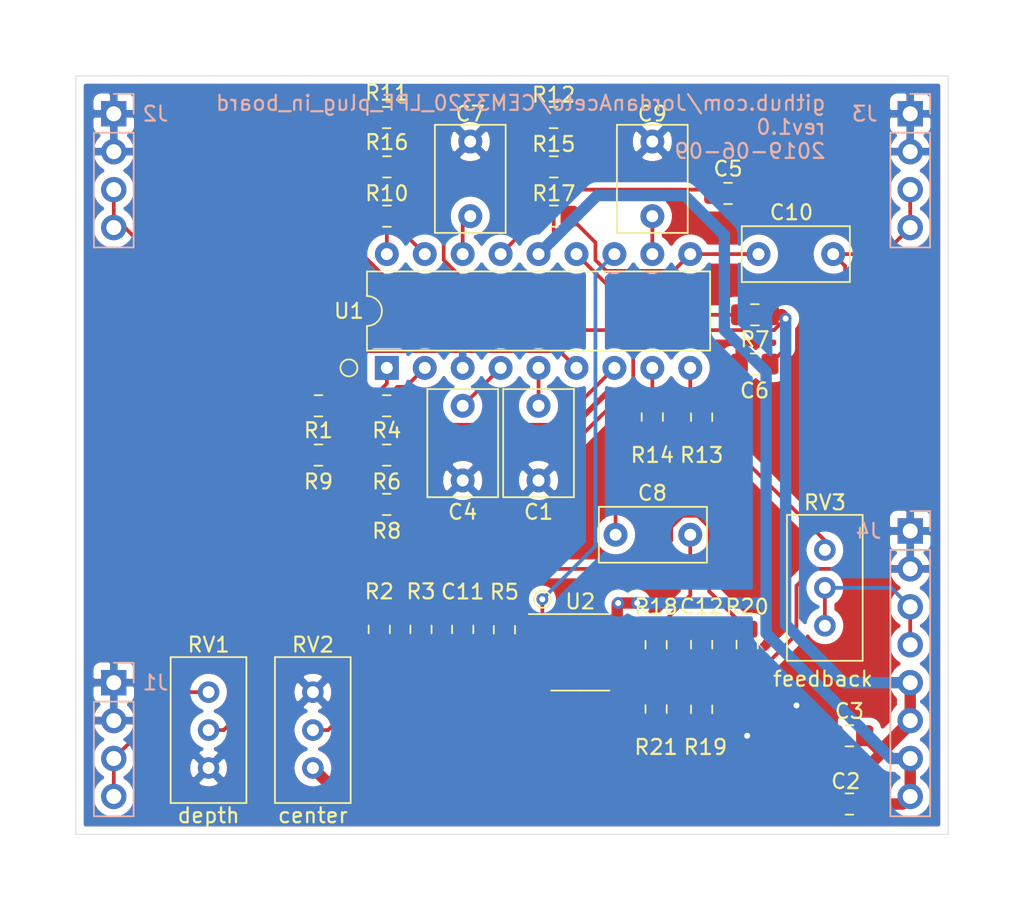
<source format=kicad_pcb>
(kicad_pcb (version 20171130) (host pcbnew 5.1.5-52549c5~84~ubuntu18.04.1)
  (title_block (title "CEM3320 LPF plug-in board") (date 2019-06-09) (rev 1) (comment 2 creativecommons.org/licenses/by/4.0/) (comment 3 "License: CC by 4.0") (comment 4 "Author: Jordan Aceto"))
  (layers (0 F.Cu signal) (31 B.Cu signal) (34 B.Paste user) (35 F.Paste user) (36 B.SilkS user) (37 F.SilkS user) (38 B.Mask user) (39 F.Mask user) (44 Edge.Cuts user))
  (net 0 "")
  (net 1 GND)
  (net 2 "Net-(C1-Pad1)")
  (net 3 +12V)
  (net 4 -12V)
  (net 5 "Net-(C4-Pad1)")
  (net 6 "Net-(C7-Pad1)")
  (net 7 "Net-(C8-Pad2)")
  (net 8 "Net-(C9-Pad1)")
  (net 9 "Net-(C10-Pad2)")
  (net 10 /wet)
  (net 11 "Net-(J1-Pad3)")
  (net 12 /dry)
  (net 13 "Net-(J4-Pad3)")
  (net 14 "Net-(R1-Pad1)")
  (net 15 "Net-(R2-Pad2)")
  (net 16 "Net-(R3-Pad1)")
  (net 17 "Net-(R4-Pad1)")
  (net 18 "Net-(R6-Pad1)")
  (net 19 "Net-(R7-Pad2)")
  (net 20 "Net-(R10-Pad2)")
  (net 21 "Net-(R10-Pad1)")
  (net 22 "Net-(R12-Pad1)")
  (net 23 "Net-(R13-Pad2)")
  (net 24 "Net-(R13-Pad1)")
  (net 25 "Net-(R14-Pad2)")
  (net 26 "Net-(R15-Pad1)")
  (net 27 "Net-(R19-Pad1)")
  (net 28 "Net-(C11-Pad2)")
  (net 29 "Net-(C11-Pad1)")
  (net 30 "Net-(C12-Pad1)")
  (net 31 "Net-(C12-Pad2)")
  (module Potentiometer_THT:Potentiometer_Bourns_3296W_Vertical (layer F.Cu) (at 142.875 122.555 270)
    (fp_text reference RV2 (at -8.255 0 180) (layer F.SilkS))
    (fp_text value 100k)
    (pad 1 thru_hole circle (at 0 0 270) (size 1.44 1.44) (drill 0.8) (layers *.Cu *.Mask) (net 4 -12V))
    (pad 2 thru_hole circle (at -2.54 0 270) (size 1.44 1.44) (drill 0.8) (layers *.Cu *.Mask) (net 16 "Net-(R3-Pad1)"))
    (pad 3 thru_hole circle (at -5.08 0 270) (size 1.44 1.44) (drill 0.8) (layers *.Cu *.Mask) (net 1 GND))
  )
  (module Potentiometer_THT:Potentiometer_Bourns_3296W_Vertical (layer F.Cu) (at 177.165 113.03 270)
    (fp_text reference RV3 (at -8.255 0 180) (layer F.SilkS))
    (fp_text value 100k)
    (pad 3 thru_hole circle (at -5.08 0 270) (size 1.44 1.44) (drill 0.8) (layers *.Cu *.Mask) (net 23 "Net-(R13-Pad2)"))
    (pad 2 thru_hole circle (at -2.54 0 270) (size 1.44 1.44) (drill 0.8) (layers *.Cu *.Mask) (net 13 "Net-(J4-Pad3)"))
    (pad 1 thru_hole circle (at 0 0 270) (size 1.44 1.44) (drill 0.8) (layers *.Cu *.Mask) (net 13 "Net-(J4-Pad3)"))
  )
  (module Potentiometer_THT:Potentiometer_Bourns_3296W_Vertical (layer F.Cu) (at 135.89 122.555 270)
    (fp_text reference RV1 (at -8.255 0 180) (layer F.SilkS))
    (fp_text value 10k)
    (pad 1 thru_hole circle (at 0 0 270) (size 1.44 1.44) (drill 0.8) (layers *.Cu *.Mask) (net 1 GND))
    (pad 2 thru_hole circle (at -2.54 0 270) (size 1.44 1.44) (drill 0.8) (layers *.Cu *.Mask) (net 15 "Net-(R2-Pad2)"))
    (pad 3 thru_hole circle (at -5.08 0 270) (size 1.44 1.44) (drill 0.8) (layers *.Cu *.Mask) (net 11 "Net-(J1-Pad3)"))
  )
  (module Capacitor_SMD:C_0805_2012Metric_Pad1.15x1.40mm_HandSolder (layer F.Cu) (at 168.91 114.291 270)
    (fp_text reference C12 (at -2.54 0 180) (layer F.SilkS))
    (fp_text value 100pF)
    (pad 2 smd roundrect (at 1.025 0 270) (size 1.15 1.4) (layers F.Cu F.Paste F.Mask) (roundrect_rratio 0.217391) (net 31 "Net-(C12-Pad2)"))
    (pad 1 smd roundrect (at -1.025 0 270) (size 1.15 1.4) (layers F.Cu F.Paste F.Mask) (roundrect_rratio 0.217391) (net 30 "Net-(C12-Pad1)"))
  )
  (module Capacitor_SMD:C_0805_2012Metric_Pad1.15x1.40mm_HandSolder (layer F.Cu) (at 152.908 113.275 90)
    (fp_text reference C11 (at 2.531 0 180) (layer F.SilkS))
    (fp_text value 100pF)
    (pad 2 smd roundrect (at 1.025 0 90) (size 1.15 1.4) (layers F.Cu F.Paste F.Mask) (roundrect_rratio 0.217391) (net 28 "Net-(C11-Pad2)"))
    (pad 1 smd roundrect (at -1.025 0 90) (size 1.15 1.4) (layers F.Cu F.Paste F.Mask) (roundrect_rratio 0.217391) (net 29 "Net-(C11-Pad1)"))
  )
  (module Package_SO:SOIC-8_3.9x4.9mm_P1.27mm (layer F.Cu) (at 160.782 114.808)
    (fp_text reference U2 (at 0 -3.4) (layer F.SilkS))
    (fp_text value TL072)
    (pad 8 smd roundrect (at 2.475 -1.905) (size 1.95 0.6) (layers F.Cu F.Paste F.Mask) (net 3 +12V))
    (pad 7 smd roundrect (at 2.475 -0.635) (size 1.95 0.6) (layers F.Cu F.Paste F.Mask) (net 30 "Net-(C12-Pad1)"))
    (pad 6 smd roundrect (at 2.475 0.635) (size 1.95 0.6) (layers F.Cu F.Paste F.Mask) (net 31 "Net-(C12-Pad2)"))
    (pad 5 smd roundrect (at 2.475 1.905) (size 1.95 0.6) (layers F.Cu F.Paste F.Mask) (net 27 "Net-(R19-Pad1)"))
    (pad 4 smd roundrect (at -2.475 1.905) (size 1.95 0.6) (layers F.Cu F.Paste F.Mask) (net 4 -12V))
    (pad 3 smd roundrect (at -2.475 0.635) (size 1.95 0.6) (layers F.Cu F.Paste F.Mask) (net 1 GND))
    (pad 2 smd roundrect (at -2.475 -0.635) (size 1.95 0.6) (layers F.Cu F.Paste F.Mask) (net 29 "Net-(C11-Pad1)"))
    (pad 1 smd roundrect (at -2.475 -1.905) (size 1.95 0.6) (layers F.Cu F.Paste F.Mask) (net 28 "Net-(C11-Pad2)"))
  )
  (module Package_DIP:DIP-18_W7.62mm (layer F.Cu) (at 147.828 95.758 90)
    (fp_text reference U1 (at 3.81 -2.54 180) (layer F.SilkS))
    (fp_text value CEM3320)
    (pad 18 thru_hole oval (at 7.62 0 90) (size 1.6 1.6) (drill 0.8) (layers *.Cu *.Mask) (net 26 "Net-(R15-Pad1)"))
    (pad 9 thru_hole oval (at 0 20.32 90) (size 1.6 1.6) (drill 0.8) (layers *.Cu *.Mask) (net 24 "Net-(R13-Pad1)"))
    (pad 17 thru_hole oval (at 7.62 2.54 90) (size 1.6 1.6) (drill 0.8) (layers *.Cu *.Mask) (net 21 "Net-(R10-Pad1)"))
    (pad 8 thru_hole oval (at 0 17.78 90) (size 1.6 1.6) (drill 0.8) (layers *.Cu *.Mask) (net 25 "Net-(R14-Pad2)"))
    (pad 16 thru_hole oval (at 7.62 5.08 90) (size 1.6 1.6) (drill 0.8) (layers *.Cu *.Mask) (net 6 "Net-(C7-Pad1)"))
    (pad 7 thru_hole oval (at 0 15.24 90) (size 1.6 1.6) (drill 0.8) (layers *.Cu *.Mask) (net 17 "Net-(R4-Pad1)"))
    (pad 15 thru_hole oval (at 7.62 7.62 90) (size 1.6 1.6) (drill 0.8) (layers *.Cu *.Mask) (net 22 "Net-(R12-Pad1)"))
    (pad 6 thru_hole oval (at 0 12.7 90) (size 1.6 1.6) (drill 0.8) (layers *.Cu *.Mask) (net 20 "Net-(R10-Pad2)"))
    (pad 14 thru_hole oval (at 7.62 10.16 90) (size 1.6 1.6) (drill 0.8) (layers *.Cu *.Mask) (net 3 +12V))
    (pad 5 thru_hole oval (at 0 10.16 90) (size 1.6 1.6) (drill 0.8) (layers *.Cu *.Mask) (net 2 "Net-(C1-Pad1)"))
    (pad 13 thru_hole oval (at 7.62 12.7 90) (size 1.6 1.6) (drill 0.8) (layers *.Cu *.Mask) (net 19 "Net-(R7-Pad2)"))
    (pad 4 thru_hole oval (at 0 7.62 90) (size 1.6 1.6) (drill 0.8) (layers *.Cu *.Mask) (net 5 "Net-(C4-Pad1)"))
    (pad 12 thru_hole oval (at 7.62 15.24 90) (size 1.6 1.6) (drill 0.8) (layers *.Cu *.Mask) (net 28 "Net-(C11-Pad2)"))
    (pad 3 thru_hole oval (at 0 5.08 90) (size 1.6 1.6) (drill 0.8) (layers *.Cu *.Mask) (net 1 GND))
    (pad 11 thru_hole oval (at 7.62 17.78 90) (size 1.6 1.6) (drill 0.8) (layers *.Cu *.Mask) (net 8 "Net-(C9-Pad1)"))
    (pad 2 thru_hole oval (at 0 2.54 90) (size 1.6 1.6) (drill 0.8) (layers *.Cu *.Mask) (net 18 "Net-(R6-Pad1)"))
    (pad 10 thru_hole oval (at 7.62 20.32 90) (size 1.6 1.6) (drill 0.8) (layers *.Cu *.Mask) (net 9 "Net-(C10-Pad2)"))
    (pad 1 thru_hole rect (at 0 0 90) (size 1.6 1.6) (drill 0.8) (layers *.Cu *.Mask) (net 14 "Net-(R1-Pad1)"))
  )
  (module Resistor_SMD:R_0805_2012Metric_Pad1.15x1.40mm_HandSolder (layer F.Cu) (at 165.862 118.609 90)
    (fp_text reference R21 (at -2.549 0 180) (layer F.SilkS))
    (fp_text value 100k)
    (pad 2 smd roundrect (at 1.025 0 90) (size 1.15 1.4) (layers F.Cu F.Paste F.Mask) (roundrect_rratio 0.217391) (net 10 /wet))
    (pad 1 smd roundrect (at -1.025 0 90) (size 1.15 1.4) (layers F.Cu F.Paste F.Mask) (roundrect_rratio 0.217391) (net 27 "Net-(R19-Pad1)"))
  )
  (module Resistor_SMD:R_0805_2012Metric_Pad1.15x1.40mm_HandSolder (layer F.Cu) (at 171.958 114.291 270)
    (fp_text reference R20 (at -2.531 0 180) (layer F.SilkS))
    (fp_text value 150k)
    (pad 2 smd roundrect (at 1.025 0 270) (size 1.15 1.4) (layers F.Cu F.Paste F.Mask) (roundrect_rratio 0.217391) (net 31 "Net-(C12-Pad2)"))
    (pad 1 smd roundrect (at -1.025 0 270) (size 1.15 1.4) (layers F.Cu F.Paste F.Mask) (roundrect_rratio 0.217391) (net 12 /dry))
  )
  (module Resistor_SMD:R_0805_2012Metric_Pad1.15x1.40mm_HandSolder (layer F.Cu) (at 168.91 118.627 90)
    (fp_text reference R19 (at -2.531 0.254 180) (layer F.SilkS))
    (fp_text value 100k)
    (pad 2 smd roundrect (at 1.025 0 90) (size 1.15 1.4) (layers F.Cu F.Paste F.Mask) (roundrect_rratio 0.217391) (net 1 GND))
    (pad 1 smd roundrect (at -1.025 0 90) (size 1.15 1.4) (layers F.Cu F.Paste F.Mask) (roundrect_rratio 0.217391) (net 27 "Net-(R19-Pad1)"))
  )
  (module Resistor_SMD:R_0805_2012Metric_Pad1.15x1.40mm_HandSolder (layer F.Cu) (at 165.862 114.3 270)
    (fp_text reference R18 (at -2.54 0 180) (layer F.SilkS))
    (fp_text value 100k)
    (pad 2 smd roundrect (at 1.025 0 270) (size 1.15 1.4) (layers F.Cu F.Paste F.Mask) (roundrect_rratio 0.217391) (net 31 "Net-(C12-Pad2)"))
    (pad 1 smd roundrect (at -1.025 0 270) (size 1.15 1.4) (layers F.Cu F.Paste F.Mask) (roundrect_rratio 0.217391) (net 30 "Net-(C12-Pad1)"))
  )
  (module Resistor_SMD:R_0805_2012Metric_Pad1.15x1.40mm_HandSolder (layer F.Cu) (at 159.013 85.598 180)
    (fp_text reference R17 (at 0 1.524) (layer F.SilkS))
    (fp_text value 100k)
    (pad 2 smd roundrect (at 1.025 0 180) (size 1.15 1.4) (layers F.Cu F.Paste F.Mask) (roundrect_rratio 0.217391) (net 26 "Net-(R15-Pad1)"))
    (pad 1 smd roundrect (at -1.025 0 180) (size 1.15 1.4) (layers F.Cu F.Paste F.Mask) (roundrect_rratio 0.217391) (net 9 "Net-(C10-Pad2)"))
  )
  (module Resistor_SMD:R_0805_2012Metric_Pad1.15x1.40mm_HandSolder (layer F.Cu) (at 147.828 82.296)
    (fp_text reference R16 (at 0 -1.65) (layer F.SilkS))
    (fp_text value 180k)
    (pad 2 smd roundrect (at 1.025 0) (size 1.15 1.4) (layers F.Cu F.Paste F.Mask) (roundrect_rratio 0.217391) (net 4 -12V))
    (pad 1 smd roundrect (at -1.025 0) (size 1.15 1.4) (layers F.Cu F.Paste F.Mask) (roundrect_rratio 0.217391) (net 26 "Net-(R15-Pad1)"))
  )
  (module Resistor_SMD:R_0805_2012Metric_Pad1.15x1.40mm_HandSolder (layer F.Cu) (at 159.004 82.296 180)
    (fp_text reference R15 (at 0 1.524) (layer F.SilkS))
    (fp_text value 91k)
    (pad 2 smd roundrect (at 1.025 0 180) (size 1.15 1.4) (layers F.Cu F.Paste F.Mask) (roundrect_rratio 0.217391) (net 22 "Net-(R12-Pad1)"))
    (pad 1 smd roundrect (at -1.025 0 180) (size 1.15 1.4) (layers F.Cu F.Paste F.Mask) (roundrect_rratio 0.217391) (net 26 "Net-(R15-Pad1)"))
  )
  (module Resistor_SMD:R_0805_2012Metric_Pad1.15x1.40mm_HandSolder (layer F.Cu) (at 165.608 99.051 90)
    (fp_text reference R14 (at -2.549 0 180) (layer F.SilkS))
    (fp_text value 51k)
    (pad 2 smd roundrect (at 1.025 0 90) (size 1.15 1.4) (layers F.Cu F.Paste F.Mask) (roundrect_rratio 0.217391) (net 25 "Net-(R14-Pad2)"))
    (pad 1 smd roundrect (at -1.025 0 90) (size 1.15 1.4) (layers F.Cu F.Paste F.Mask) (roundrect_rratio 0.217391) (net 7 "Net-(C8-Pad2)"))
  )
  (module Resistor_SMD:R_0805_2012Metric_Pad1.15x1.40mm_HandSolder (layer F.Cu) (at 168.91 99.06 270)
    (fp_text reference R13 (at 2.54 0 180) (layer F.SilkS))
    (fp_text value 18k)
    (pad 2 smd roundrect (at 1.025 0 270) (size 1.15 1.4) (layers F.Cu F.Paste F.Mask) (roundrect_rratio 0.217391) (net 23 "Net-(R13-Pad2)"))
    (pad 1 smd roundrect (at -1.025 0 270) (size 1.15 1.4) (layers F.Cu F.Paste F.Mask) (roundrect_rratio 0.217391) (net 24 "Net-(R13-Pad1)"))
  )
  (module Resistor_SMD:R_0805_2012Metric_Pad1.15x1.40mm_HandSolder (layer F.Cu) (at 158.995 78.994 180)
    (fp_text reference R12 (at 0 1.524) (layer F.SilkS))
    (fp_text value 100k)
    (pad 2 smd roundrect (at 1.025 0 180) (size 1.15 1.4) (layers F.Cu F.Paste F.Mask) (roundrect_rratio 0.217391) (net 21 "Net-(R10-Pad1)"))
    (pad 1 smd roundrect (at -1.025 0 180) (size 1.15 1.4) (layers F.Cu F.Paste F.Mask) (roundrect_rratio 0.217391) (net 22 "Net-(R12-Pad1)"))
  )
  (module Resistor_SMD:R_0805_2012Metric_Pad1.15x1.40mm_HandSolder (layer F.Cu) (at 147.819 78.994)
    (fp_text reference R11 (at 0 -1.65) (layer F.SilkS))
    (fp_text value 180k)
    (pad 2 smd roundrect (at 1.025 0) (size 1.15 1.4) (layers F.Cu F.Paste F.Mask) (roundrect_rratio 0.217391) (net 4 -12V))
    (pad 1 smd roundrect (at -1.025 0) (size 1.15 1.4) (layers F.Cu F.Paste F.Mask) (roundrect_rratio 0.217391) (net 21 "Net-(R10-Pad1)"))
  )
  (module Resistor_SMD:R_0805_2012Metric_Pad1.15x1.40mm_HandSolder (layer F.Cu) (at 147.828 85.598 180)
    (fp_text reference R10 (at 0 1.524) (layer F.SilkS))
    (fp_text value 91k)
    (pad 2 smd roundrect (at 1.025 0 180) (size 1.15 1.4) (layers F.Cu F.Paste F.Mask) (roundrect_rratio 0.217391) (net 20 "Net-(R10-Pad2)"))
    (pad 1 smd roundrect (at -1.025 0 180) (size 1.15 1.4) (layers F.Cu F.Paste F.Mask) (roundrect_rratio 0.217391) (net 21 "Net-(R10-Pad1)"))
  )
  (module Resistor_SMD:R_0805_2012Metric_Pad1.15x1.40mm_HandSolder (layer F.Cu) (at 143.247 101.6)
    (fp_text reference R9 (at 0 1.778) (layer F.SilkS))
    (fp_text value 100k)
    (pad 2 smd roundrect (at 1.025 0) (size 1.15 1.4) (layers F.Cu F.Paste F.Mask) (roundrect_rratio 0.217391) (net 18 "Net-(R6-Pad1)"))
    (pad 1 smd roundrect (at -1.025 0) (size 1.15 1.4) (layers F.Cu F.Paste F.Mask) (roundrect_rratio 0.217391) (net 20 "Net-(R10-Pad2)"))
  )
  (module Resistor_SMD:R_0805_2012Metric_Pad1.15x1.40mm_HandSolder (layer F.Cu) (at 147.819 104.902)
    (fp_text reference R8 (at 0 1.778) (layer F.SilkS))
    (fp_text value 180k)
    (pad 2 smd roundrect (at 1.025 0) (size 1.15 1.4) (layers F.Cu F.Paste F.Mask) (roundrect_rratio 0.217391) (net 4 -12V))
    (pad 1 smd roundrect (at -1.025 0) (size 1.15 1.4) (layers F.Cu F.Paste F.Mask) (roundrect_rratio 0.217391) (net 18 "Net-(R6-Pad1)"))
  )
  (module Resistor_SMD:R_0805_2012Metric_Pad1.15x1.40mm_HandSolder (layer F.Cu) (at 172.475 92.202 180)
    (fp_text reference R7 (at 0 -1.65) (layer F.SilkS))
    (fp_text value 1k2)
    (pad 2 smd roundrect (at 1.025 0 180) (size 1.15 1.4) (layers F.Cu F.Paste F.Mask) (roundrect_rratio 0.217391) (net 19 "Net-(R7-Pad2)"))
    (pad 1 smd roundrect (at -1.025 0 180) (size 1.15 1.4) (layers F.Cu F.Paste F.Mask) (roundrect_rratio 0.217391) (net 4 -12V))
  )
  (module Resistor_SMD:R_0805_2012Metric_Pad1.15x1.40mm_HandSolder (layer F.Cu) (at 147.819 101.6)
    (fp_text reference R6 (at 0 1.778) (layer F.SilkS))
    (fp_text value 91k)
    (pad 2 smd roundrect (at 1.025 0) (size 1.15 1.4) (layers F.Cu F.Paste F.Mask) (roundrect_rratio 0.217391) (net 17 "Net-(R4-Pad1)"))
    (pad 1 smd roundrect (at -1.025 0) (size 1.15 1.4) (layers F.Cu F.Paste F.Mask) (roundrect_rratio 0.217391) (net 18 "Net-(R6-Pad1)"))
  )
  (module Resistor_SMD:R_0805_2012Metric_Pad1.15x1.40mm_HandSolder (layer F.Cu) (at 155.702 113.293 270)
    (fp_text reference R5 (at -2.531 0 180) (layer F.SilkS))
    (fp_text value 10k)
    (pad 2 smd roundrect (at 1.025 0 270) (size 1.15 1.4) (layers F.Cu F.Paste F.Mask) (roundrect_rratio 0.217391) (net 29 "Net-(C11-Pad1)"))
    (pad 1 smd roundrect (at -1.025 0 270) (size 1.15 1.4) (layers F.Cu F.Paste F.Mask) (roundrect_rratio 0.217391) (net 28 "Net-(C11-Pad2)"))
  )
  (module Resistor_SMD:R_0805_2012Metric_Pad1.15x1.40mm_HandSolder (layer F.Cu) (at 147.819 98.298 180)
    (fp_text reference R4 (at 0 -1.65) (layer F.SilkS))
    (fp_text value 100k)
    (pad 2 smd roundrect (at 1.025 0 180) (size 1.15 1.4) (layers F.Cu F.Paste F.Mask) (roundrect_rratio 0.217391) (net 14 "Net-(R1-Pad1)"))
    (pad 1 smd roundrect (at -1.025 0 180) (size 1.15 1.4) (layers F.Cu F.Paste F.Mask) (roundrect_rratio 0.217391) (net 17 "Net-(R4-Pad1)"))
  )
  (module Resistor_SMD:R_0805_2012Metric_Pad1.15x1.40mm_HandSolder (layer F.Cu) (at 150.114 113.275 270)
    (fp_text reference R3 (at -2.54 0 180) (layer F.SilkS))
    (fp_text value 330k)
    (pad 2 smd roundrect (at 1.025 0 270) (size 1.15 1.4) (layers F.Cu F.Paste F.Mask) (roundrect_rratio 0.217391) (net 29 "Net-(C11-Pad1)"))
    (pad 1 smd roundrect (at -1.025 0 270) (size 1.15 1.4) (layers F.Cu F.Paste F.Mask) (roundrect_rratio 0.217391) (net 16 "Net-(R3-Pad1)"))
  )
  (module Resistor_SMD:R_0805_2012Metric_Pad1.15x1.40mm_HandSolder (layer F.Cu) (at 147.32 113.275 90)
    (fp_text reference R2 (at 2.54 0 180) (layer F.SilkS))
    (fp_text value 100k)
    (pad 2 smd roundrect (at 1.025 0 90) (size 1.15 1.4) (layers F.Cu F.Paste F.Mask) (roundrect_rratio 0.217391) (net 15 "Net-(R2-Pad2)"))
    (pad 1 smd roundrect (at -1.025 0 90) (size 1.15 1.4) (layers F.Cu F.Paste F.Mask) (roundrect_rratio 0.217391) (net 29 "Net-(C11-Pad1)"))
  )
  (module Resistor_SMD:R_0805_2012Metric_Pad1.15x1.40mm_HandSolder (layer F.Cu) (at 143.247 98.298 180)
    (fp_text reference R1 (at 0 -1.65) (layer F.SilkS))
    (fp_text value 91k)
    (pad 2 smd roundrect (at 1.025 0 180) (size 1.15 1.4) (layers F.Cu F.Paste F.Mask) (roundrect_rratio 0.217391) (net 12 /dry))
    (pad 1 smd roundrect (at -1.025 0 180) (size 1.15 1.4) (layers F.Cu F.Paste F.Mask) (roundrect_rratio 0.217391) (net 14 "Net-(R1-Pad1)"))
  )
  (module Connector_PinHeader_2.54mm:PinHeader_1x08_P2.54mm_Vertical (layer B.Cu) (at 182.88 106.68 180)
    (fp_text reference J4 (at 2.794 0) (layer B.SilkS) (effects (justify mirror)))
    (fp_text value Conn_01x08_Male)
    (pad 8 thru_hole oval (at 0 -17.78 180) (size 1.7 1.7) (drill 1) (layers *.Cu *.Mask) (net 3 +12V))
    (pad 7 thru_hole oval (at 0 -15.24 180) (size 1.7 1.7) (drill 1) (layers *.Cu *.Mask) (net 3 +12V))
    (pad 6 thru_hole oval (at 0 -12.7 180) (size 1.7 1.7) (drill 1) (layers *.Cu *.Mask) (net 4 -12V))
    (pad 5 thru_hole oval (at 0 -10.16 180) (size 1.7 1.7) (drill 1) (layers *.Cu *.Mask) (net 4 -12V))
    (pad 4 thru_hole oval (at 0 -7.62 180) (size 1.7 1.7) (drill 1) (layers *.Cu *.Mask) (net 13 "Net-(J4-Pad3)"))
    (pad 3 thru_hole oval (at 0 -5.08 180) (size 1.7 1.7) (drill 1) (layers *.Cu *.Mask) (net 13 "Net-(J4-Pad3)"))
    (pad 2 thru_hole oval (at 0 -2.54 180) (size 1.7 1.7) (drill 1) (layers *.Cu *.Mask) (net 1 GND))
    (pad 1 thru_hole rect (at 0 0 180) (size 1.7 1.7) (drill 1) (layers *.Cu *.Mask) (net 1 GND))
  )
  (module Connector_PinHeader_2.54mm:PinHeader_1x04_P2.54mm_Vertical (layer B.Cu) (at 182.88 78.74 180)
    (fp_text reference J3 (at 3.048 0) (layer B.SilkS) (effects (justify mirror)))
    (fp_text value signal_out)
    (pad 4 thru_hole oval (at 0 -7.62 180) (size 1.7 1.7) (drill 1) (layers *.Cu *.Mask) (net 10 /wet))
    (pad 3 thru_hole oval (at 0 -5.08 180) (size 1.7 1.7) (drill 1) (layers *.Cu *.Mask) (net 10 /wet))
    (pad 2 thru_hole oval (at 0 -2.54 180) (size 1.7 1.7) (drill 1) (layers *.Cu *.Mask) (net 1 GND))
    (pad 1 thru_hole rect (at 0 0 180) (size 1.7 1.7) (drill 1) (layers *.Cu *.Mask) (net 1 GND))
  )
  (module Connector_PinHeader_2.54mm:PinHeader_1x04_P2.54mm_Vertical (layer B.Cu) (at 129.54 78.74 180)
    (fp_text reference J2 (at -2.794 0) (layer B.SilkS) (effects (justify mirror)))
    (fp_text value signal_in)
    (pad 4 thru_hole oval (at 0 -7.62 180) (size 1.7 1.7) (drill 1) (layers *.Cu *.Mask) (net 12 /dry))
    (pad 3 thru_hole oval (at 0 -5.08 180) (size 1.7 1.7) (drill 1) (layers *.Cu *.Mask) (net 12 /dry))
    (pad 2 thru_hole oval (at 0 -2.54 180) (size 1.7 1.7) (drill 1) (layers *.Cu *.Mask) (net 1 GND))
    (pad 1 thru_hole rect (at 0 0 180) (size 1.7 1.7) (drill 1) (layers *.Cu *.Mask) (net 1 GND))
  )
  (module Connector_PinHeader_2.54mm:PinHeader_1x04_P2.54mm_Vertical (layer B.Cu) (at 129.54 116.84 180)
    (fp_text reference J1 (at -2.794 0) (layer B.SilkS) (effects (justify mirror)))
    (fp_text value signal_in)
    (pad 4 thru_hole oval (at 0 -7.62 180) (size 1.7 1.7) (drill 1) (layers *.Cu *.Mask) (net 11 "Net-(J1-Pad3)"))
    (pad 3 thru_hole oval (at 0 -5.08 180) (size 1.7 1.7) (drill 1) (layers *.Cu *.Mask) (net 11 "Net-(J1-Pad3)"))
    (pad 2 thru_hole oval (at 0 -2.54 180) (size 1.7 1.7) (drill 1) (layers *.Cu *.Mask) (net 1 GND))
    (pad 1 thru_hole rect (at 0 0 180) (size 1.7 1.7) (drill 1) (layers *.Cu *.Mask) (net 1 GND))
  )
  (module Capacitor_THT:C_Rect_L7.0mm_W3.5mm_P5.00mm (layer F.Cu) (at 177.72 88.138 180)
    (fp_text reference C10 (at 2.794 2.794) (layer F.SilkS))
    (fp_text value 470nF)
    (pad 2 thru_hole circle (at 5 0 180) (size 1.6 1.6) (drill 0.8) (layers *.Cu *.Mask) (net 9 "Net-(C10-Pad2)"))
    (pad 1 thru_hole circle (at 0 0 180) (size 1.6 1.6) (drill 0.8) (layers *.Cu *.Mask) (net 10 /wet))
  )
  (module Capacitor_THT:C_Rect_L7.0mm_W4.5mm_P5.00mm (layer F.Cu) (at 165.608 85.598 90)
    (fp_text reference C9 (at 6.858 0 180) (layer F.SilkS))
    (fp_text value 220pF)
    (pad 2 thru_hole circle (at 5 0 90) (size 1.6 1.6) (drill 0.8) (layers *.Cu *.Mask) (net 1 GND))
    (pad 1 thru_hole circle (at 0 0 90) (size 1.6 1.6) (drill 0.8) (layers *.Cu *.Mask) (net 8 "Net-(C9-Pad1)"))
  )
  (module Capacitor_THT:C_Rect_L7.0mm_W3.5mm_P5.00mm (layer F.Cu) (at 168.148 106.934 180)
    (fp_text reference C8 (at 2.54 2.794) (layer F.SilkS))
    (fp_text value 470nF)
    (pad 2 thru_hole circle (at 5 0 180) (size 1.6 1.6) (drill 0.8) (layers *.Cu *.Mask) (net 7 "Net-(C8-Pad2)"))
    (pad 1 thru_hole circle (at 0 0 180) (size 1.6 1.6) (drill 0.8) (layers *.Cu *.Mask) (net 30 "Net-(C12-Pad1)"))
  )
  (module Capacitor_THT:C_Rect_L7.0mm_W4.5mm_P5.00mm (layer F.Cu) (at 153.416 85.598 90)
    (fp_text reference C7 (at 6.858 0 180) (layer F.SilkS))
    (fp_text value 220pF)
    (pad 2 thru_hole circle (at 5 0 90) (size 1.6 1.6) (drill 0.8) (layers *.Cu *.Mask) (net 1 GND))
    (pad 1 thru_hole circle (at 0 0 90) (size 1.6 1.6) (drill 0.8) (layers *.Cu *.Mask) (net 6 "Net-(C7-Pad1)"))
  )
  (module Capacitor_SMD:C_0805_2012Metric_Pad1.15x1.40mm_HandSolder (layer F.Cu) (at 172.457 95.504)
    (fp_text reference C6 (at 0 1.778) (layer F.SilkS))
    (fp_text value 100nF)
    (pad 2 smd roundrect (at 1.025 0) (size 1.15 1.4) (layers F.Cu F.Paste F.Mask) (roundrect_rratio 0.217391) (net 4 -12V))
    (pad 1 smd roundrect (at -1.025 0) (size 1.15 1.4) (layers F.Cu F.Paste F.Mask) (roundrect_rratio 0.217391) (net 1 GND))
  )
  (module Capacitor_SMD:C_0805_2012Metric_Pad1.15x1.40mm_HandSolder (layer F.Cu) (at 170.679 84.074)
    (fp_text reference C5 (at 0 -1.65) (layer F.SilkS))
    (fp_text value 100nF)
    (pad 2 smd roundrect (at 1.025 0) (size 1.15 1.4) (layers F.Cu F.Paste F.Mask) (roundrect_rratio 0.217391) (net 1 GND))
    (pad 1 smd roundrect (at -1.025 0) (size 1.15 1.4) (layers F.Cu F.Paste F.Mask) (roundrect_rratio 0.217391) (net 3 +12V))
  )
  (module Capacitor_THT:C_Rect_L7.0mm_W4.5mm_P5.00mm (layer F.Cu) (at 152.908 98.298 270)
    (fp_text reference C4 (at 7.112 0 180) (layer F.SilkS))
    (fp_text value 220pF)
    (pad 2 thru_hole circle (at 5 0 270) (size 1.6 1.6) (drill 0.8) (layers *.Cu *.Mask) (net 1 GND))
    (pad 1 thru_hole circle (at 0 0 270) (size 1.6 1.6) (drill 0.8) (layers *.Cu *.Mask) (net 5 "Net-(C4-Pad1)"))
  )
  (module Capacitor_SMD:C_0805_2012Metric_Pad1.15x1.40mm_HandSolder (layer F.Cu) (at 178.807 120.396)
    (fp_text reference C3 (at 0 -1.65) (layer F.SilkS))
    (fp_text value 100nF)
    (pad 2 smd roundrect (at 1.025 0) (size 1.15 1.4) (layers F.Cu F.Paste F.Mask) (roundrect_rratio 0.217391) (net 4 -12V))
    (pad 1 smd roundrect (at -1.025 0) (size 1.15 1.4) (layers F.Cu F.Paste F.Mask) (roundrect_rratio 0.217391) (net 1 GND))
  )
  (module Capacitor_SMD:C_0805_2012Metric_Pad1.15x1.40mm_HandSolder (layer F.Cu) (at 178.807 124.968 180)
    (fp_text reference C2 (at 0.245 1.524) (layer F.SilkS))
    (fp_text value 100nF)
    (pad 2 smd roundrect (at 1.025 0 180) (size 1.15 1.4) (layers F.Cu F.Paste F.Mask) (roundrect_rratio 0.217391) (net 1 GND))
    (pad 1 smd roundrect (at -1.025 0 180) (size 1.15 1.4) (layers F.Cu F.Paste F.Mask) (roundrect_rratio 0.217391) (net 3 +12V))
  )
  (module Capacitor_THT:C_Rect_L7.0mm_W4.5mm_P5.00mm (layer F.Cu) (at 157.988 98.298 270)
    (fp_text reference C1 (at 7.112 0 180) (layer F.SilkS))
    (fp_text value 220pF)
    (pad 2 thru_hole circle (at 5 0 270) (size 1.6 1.6) (drill 0.8) (layers *.Cu *.Mask) (net 1 GND))
    (pad 1 thru_hole circle (at 0 0 270) (size 1.6 1.6) (drill 0.8) (layers *.Cu *.Mask) (net 2 "Net-(C1-Pad1)"))
  )
  (gr_text "github.com/JordanAceto/CEM3320_LPF_plug_in_board\nrev1.0\n2019-06-09" (at 177.292 79.629) (layer B.SilkS) (effects (font (size 1 1)) (justify left mirror)))
  (gr_text feedback (at 177.038 116.586) (layer F.SilkS) (effects (font (size 1 1))))
  (gr_text center (at 142.875 125.73) (layer F.SilkS) (effects (font (size 1 1))))
  (gr_text depth (at 135.89 125.73) (layer F.SilkS) (effects (font (size 1 1))))
  (gr_circle (center 158.242 111.252) (end 158.496 111.76) (layer F.SilkS) (width 0.12))
  (gr_circle (center 145.288 95.758) (end 145.542 96.266) (layer F.SilkS) (width 0.12))
  (gr_line (start 127 76.2) (end 127 127) (layer Edge.Cuts) (width 0.05))
  (gr_line (start 185.42 76.2) (end 185.42 127) (layer Edge.Cuts) (width 0.05))
  (gr_line (start 127 127) (end 185.42 127) (layer Edge.Cuts) (width 0.05))
  (gr_line (start 127 76.2) (end 185.42 76.2) (layer Edge.Cuts) (width 0.05))
  (via (at 171.958 120.396) (size 0.8) (drill 0.4) (layers F.Cu B.Cu) (net 1))
  (via (at 175.26 118.364) (size 0.8) (drill 0.4) (layers F.Cu B.Cu) (net 1))
  (segment (start 157.988 97.16663) (end 157.988 95.758) (width 0.25) (layer F.Cu) (net 2))
  (segment (start 157.988 98.298) (end 157.988 97.16663) (width 0.25) (layer F.Cu) (net 2))
  (segment (start 173.228 96.012) (end 170.434 93.218) (width 0.762) (layer B.Cu) (net 3))
  (segment (start 161.909001 84.216999) (end 158.787999 87.338001) (width 0.762) (layer B.Cu) (net 3))
  (segment (start 158.787999 87.338001) (end 157.988 88.138) (width 0.762) (layer B.Cu) (net 3))
  (segment (start 170.434 93.218) (end 170.434 86.868) (width 0.762) (layer B.Cu) (net 3))
  (segment (start 170.434 86.868) (end 167.782999 84.216999) (width 0.762) (layer B.Cu) (net 3))
  (segment (start 167.782999 84.216999) (end 161.909001 84.216999) (width 0.762) (layer B.Cu) (net 3))
  (segment (start 182.372 124.968) (end 182.88 124.46) (width 0.762) (layer F.Cu) (net 3))
  (segment (start 179.832 124.968) (end 182.372 124.968) (width 0.762) (layer F.Cu) (net 3))
  (segment (start 182.88 121.92) (end 182.88 124.46) (width 0.762) (layer F.Cu) (net 3))
  (segment (start 169.4 83.82) (end 169.654 84.074) (width 0.25) (layer F.Cu) (net 3))
  (segment (start 160.22781 83.82) (end 169.4 83.82) (width 0.25) (layer F.Cu) (net 3))
  (segment (start 159.004 85.04381) (end 160.22781 83.82) (width 0.25) (layer F.Cu) (net 3))
  (segment (start 157.988 88.138) (end 159.004 87.122) (width 0.25) (layer F.Cu) (net 3))
  (segment (start 159.004 87.122) (end 159.004 85.04381) (width 0.25) (layer F.Cu) (net 3))
  (segment (start 163.257 112.903) (end 163.257 111.571) (width 0.762) (layer F.Cu) (net 3))
  (via (at 164.592 111.506) (size 0.8) (drill 0.4) (layers F.Cu B.Cu) (net 3))
  (segment (start 163.257 111.571) (end 163.322 111.506) (width 0.762) (layer F.Cu) (net 3))
  (segment (start 163.322 111.506) (end 164.592 111.506) (width 0.762) (layer F.Cu) (net 3))
  (segment (start 164.592 111.506) (end 173.228 111.506) (width 0.762) (layer B.Cu) (net 3))
  (segment (start 173.228 111.506) (end 173.228 96.012) (width 0.762) (layer B.Cu) (net 3))
  (segment (start 163.322 111.506) (end 163.322 111.506) (width 0.762) (layer F.Cu) (net 3))
  (via (at 163.322 111.506) (size 0.8) (drill 0.4) (layers F.Cu B.Cu) (net 3))
  (segment (start 182.88 121.92) (end 181.61 121.92) (width 0.762) (layer B.Cu) (net 3))
  (segment (start 173.228 113.538) (end 173.228 111.506) (width 0.762) (layer B.Cu) (net 3))
  (segment (start 181.61 121.92) (end 173.228 113.538) (width 0.762) (layer B.Cu) (net 3))
  (segment (start 148.844 82.287) (end 148.853 82.296) (width 0.25) (layer F.Cu) (net 4))
  (segment (start 148.844 78.994) (end 148.844 82.287) (width 0.25) (layer F.Cu) (net 4))
  (segment (start 173.76398 93.22701) (end 174.134991 92.855999) (width 0.25) (layer F.Cu) (net 4))
  (segment (start 173.5 92.202) (end 174.28099 92.202) (width 0.762) (layer F.Cu) (net 4))
  (segment (start 164.32899 93.22701) (end 173.76398 93.22701) (width 0.25) (layer F.Cu) (net 4))
  (segment (start 174.28099 92.202) (end 174.53499 92.456) (width 0.762) (layer F.Cu) (net 4))
  (segment (start 174.134991 92.855999) (end 174.53499 92.456) (width 0.25) (layer F.Cu) (net 4))
  (segment (start 182.88 116.84) (end 182.88 119.38) (width 0.762) (layer F.Cu) (net 4))
  (segment (start 174.53499 94.45101) (end 174.53499 92.456) (width 0.25) (layer F.Cu) (net 4))
  (segment (start 173.482 95.504) (end 174.53499 94.45101) (width 0.25) (layer F.Cu) (net 4))
  (segment (start 156.332008 93.22701) (end 164.32899 93.22701) (width 0.25) (layer F.Cu) (net 4))
  (segment (start 151.638 88.533002) (end 156.332008 93.22701) (width 0.25) (layer F.Cu) (net 4))
  (segment (start 148.853 82.296) (end 148.853 83.829) (width 0.25) (layer F.Cu) (net 4))
  (segment (start 151.638 86.614) (end 151.638 88.533002) (width 0.25) (layer F.Cu) (net 4))
  (segment (start 148.853 83.829) (end 151.638 86.614) (width 0.25) (layer F.Cu) (net 4))
  (segment (start 159.54725 101.6) (end 164.32899 96.81826) (width 0.25) (layer F.Cu) (net 4))
  (segment (start 157.48 101.6) (end 159.54725 101.6) (width 0.25) (layer F.Cu) (net 4))
  (segment (start 148.844 104.902) (end 154.178 104.902) (width 0.25) (layer F.Cu) (net 4))
  (segment (start 164.32899 96.81826) (end 164.32899 93.22701) (width 0.25) (layer F.Cu) (net 4))
  (segment (start 154.178 104.902) (end 157.48 101.6) (width 0.25) (layer F.Cu) (net 4))
  (via (at 174.53499 92.456) (size 0.8) (drill 0.4) (layers F.Cu B.Cu) (net 4))
  (segment (start 174.551999 123.771001) (end 175.387 122.936) (width 0.762) (layer F.Cu) (net 4))
  (segment (start 175.387 122.936) (end 179.578 122.936) (width 0.762) (layer F.Cu) (net 4))
  (segment (start 182.88 119.634) (end 182.88 119.38) (width 0.762) (layer F.Cu) (net 4))
  (segment (start 158.422999 123.771001) (end 174.551999 123.771001) (width 0.762) (layer F.Cu) (net 4))
  (segment (start 179.578 122.936) (end 182.88 119.634) (width 0.762) (layer F.Cu) (net 4))
  (segment (start 158.307 116.713) (end 158.307 123.655002) (width 0.762) (layer F.Cu) (net 4))
  (segment (start 158.307 123.655002) (end 158.422999 123.771001) (width 0.762) (layer F.Cu) (net 4))
  (segment (start 174.53499 93.021685) (end 174.53499 92.456) (width 0.762) (layer B.Cu) (net 4))
  (segment (start 174.53499 112.93999) (end 174.53499 93.021685) (width 0.762) (layer B.Cu) (net 4))
  (segment (start 182.88 116.84) (end 178.435 116.84) (width 0.762) (layer B.Cu) (net 4))
  (segment (start 178.435 116.84) (end 174.53499 112.93999) (width 0.762) (layer B.Cu) (net 4))
  (segment (start 144.091001 123.771001) (end 142.875 122.555) (width 0.762) (layer F.Cu) (net 4))
  (segment (start 158.422999 123.771001) (end 144.091001 123.771001) (width 0.762) (layer F.Cu) (net 4))
  (segment (start 180.975 121.285) (end 182.88 119.38) (width 0.762) (layer F.Cu) (net 4))
  (segment (start 179.832 120.396) (end 180.721 121.285) (width 0.762) (layer F.Cu) (net 4))
  (segment (start 180.721 121.285) (end 180.975 121.285) (width 0.762) (layer F.Cu) (net 4))
  (segment (start 153.707999 97.498001) (end 155.448 95.758) (width 0.25) (layer F.Cu) (net 5))
  (segment (start 152.908 98.298) (end 153.707999 97.498001) (width 0.25) (layer F.Cu) (net 5))
  (segment (start 152.908 86.106) (end 153.416 85.598) (width 0.25) (layer F.Cu) (net 6))
  (segment (start 152.908 88.138) (end 152.908 86.106) (width 0.25) (layer F.Cu) (net 6))
  (segment (start 163.148 102.536) (end 165.608 100.076) (width 0.25) (layer F.Cu) (net 7))
  (segment (start 163.148 106.934) (end 163.148 102.536) (width 0.25) (layer F.Cu) (net 7))
  (segment (start 165.608 88.138) (end 165.608 85.598) (width 0.25) (layer F.Cu) (net 8))
  (segment (start 168.148 88.138) (end 172.72 88.138) (width 0.25) (layer F.Cu) (net 9))
  (segment (start 160.661372 86.221372) (end 160.038 85.598) (width 0.25) (layer F.Cu) (net 9))
  (segment (start 161.798 88.533002) (end 161.798 87.358) (width 0.25) (layer F.Cu) (net 9))
  (segment (start 168.148 88.138) (end 167.022999 89.263001) (width 0.25) (layer F.Cu) (net 9))
  (segment (start 161.798 87.358) (end 160.661372 86.221372) (width 0.25) (layer F.Cu) (net 9))
  (segment (start 162.527999 89.263001) (end 161.798 88.533002) (width 0.25) (layer F.Cu) (net 9))
  (segment (start 167.022999 89.263001) (end 162.527999 89.263001) (width 0.25) (layer F.Cu) (net 9))
  (segment (start 181.102 88.138) (end 182.88 86.36) (width 0.25) (layer F.Cu) (net 10))
  (segment (start 177.72 88.138) (end 181.102 88.138) (width 0.25) (layer F.Cu) (net 10))
  (segment (start 182.88 86.36) (end 182.88 83.82) (width 0.25) (layer F.Cu) (net 10))
  (segment (start 178.519999 88.937999) (end 177.72 88.138) (width 0.25) (layer F.Cu) (net 10))
  (segment (start 178.519999 108.638302) (end 178.519999 88.937999) (width 0.25) (layer F.Cu) (net 10))
  (segment (start 177.938301 109.22) (end 178.519999 108.638302) (width 0.25) (layer F.Cu) (net 10))
  (segment (start 176.391699 109.22) (end 177.938301 109.22) (width 0.25) (layer F.Cu) (net 10))
  (segment (start 165.862 117.009) (end 166.65499 116.21601) (width 0.25) (layer F.Cu) (net 10))
  (segment (start 165.862 117.584) (end 165.862 117.009) (width 0.25) (layer F.Cu) (net 10))
  (segment (start 175.26 113.60219) (end 175.26 110.351699) (width 0.25) (layer F.Cu) (net 10))
  (segment (start 172.64618 116.21601) (end 175.26 113.60219) (width 0.25) (layer F.Cu) (net 10))
  (segment (start 175.26 110.351699) (end 176.391699 109.22) (width 0.25) (layer F.Cu) (net 10))
  (segment (start 166.65499 116.21601) (end 172.64618 116.21601) (width 0.25) (layer F.Cu) (net 10))
  (segment (start 129.54 121.92) (end 129.54 124.46) (width 0.25) (layer F.Cu) (net 11))
  (segment (start 133.985 117.475) (end 129.54 121.92) (width 0.25) (layer F.Cu) (net 11))
  (segment (start 135.89 117.475) (end 133.985 117.475) (width 0.25) (layer F.Cu) (net 11))
  (segment (start 130.284 86.36) (end 129.54 86.36) (width 0.25) (layer F.Cu) (net 12))
  (segment (start 142.222 98.298) (end 130.284 86.36) (width 0.25) (layer F.Cu) (net 12))
  (segment (start 129.54 85.157919) (end 129.54 83.82) (width 0.25) (layer F.Cu) (net 12))
  (segment (start 129.54 86.36) (end 129.54 85.157919) (width 0.25) (layer F.Cu) (net 12))
  (segment (start 141.598628 98.921372) (end 142.222 98.298) (width 0.25) (layer F.Cu) (net 12))
  (segment (start 143.51 109.22) (end 141.32199 107.03199) (width 0.25) (layer F.Cu) (net 12))
  (segment (start 141.32199 107.03199) (end 141.32199 99.19801) (width 0.25) (layer F.Cu) (net 12))
  (segment (start 164.973 109.22) (end 143.51 109.22) (width 0.25) (layer F.Cu) (net 12))
  (segment (start 166.878 107.315) (end 164.973 109.22) (width 0.25) (layer F.Cu) (net 12))
  (segment (start 169.418 110.726) (end 169.418 106.426) (width 0.25) (layer F.Cu) (net 12))
  (segment (start 171.958 113.266) (end 169.418 110.726) (width 0.25) (layer F.Cu) (net 12))
  (segment (start 169.418 106.426) (end 168.656 105.664) (width 0.25) (layer F.Cu) (net 12))
  (segment (start 168.656 105.664) (end 167.64 105.664) (width 0.25) (layer F.Cu) (net 12))
  (segment (start 166.878 106.426) (end 166.878 107.315) (width 0.25) (layer F.Cu) (net 12))
  (segment (start 141.32199 99.19801) (end 141.598628 98.921372) (width 0.25) (layer F.Cu) (net 12))
  (segment (start 167.64 105.664) (end 166.878 106.426) (width 0.25) (layer F.Cu) (net 12))
  (segment (start 182.88 114.3) (end 182.88 111.76) (width 0.25) (layer F.Cu) (net 13))
  (segment (start 177.165 113.03) (end 177.165 110.49) (width 0.25) (layer F.Cu) (net 13))
  (segment (start 181.61 110.49) (end 182.88 111.76) (width 0.25) (layer B.Cu) (net 13))
  (segment (start 177.165 110.49) (end 181.61 110.49) (width 0.25) (layer B.Cu) (net 13))
  (segment (start 146.794 98.298) (end 144.78 98.298) (width 0.25) (layer F.Cu) (net 14))
  (segment (start 147.828 96.808) (end 146.794 97.842) (width 0.25) (layer F.Cu) (net 14))
  (segment (start 147.828 95.758) (end 147.828 96.808) (width 0.25) (layer F.Cu) (net 14))
  (segment (start 146.794 97.842) (end 146.794 98.298) (width 0.25) (layer F.Cu) (net 14))
  (segment (start 146.62 112.25) (end 147.32 112.25) (width 0.25) (layer F.Cu) (net 15))
  (segment (start 144.673233 112.25) (end 146.62 112.25) (width 0.25) (layer F.Cu) (net 15))
  (segment (start 136.908233 120.015) (end 144.673233 112.25) (width 0.25) (layer F.Cu) (net 15))
  (segment (start 135.89 120.015) (end 136.908233 120.015) (width 0.25) (layer F.Cu) (net 15))
  (segment (start 150.114 112.825) (end 150.114 112.25) (width 0.25) (layer F.Cu) (net 16))
  (segment (start 149.53901 113.39999) (end 150.114 112.825) (width 0.25) (layer F.Cu) (net 16))
  (segment (start 146.29499 113.73682) (end 146.63182 113.39999) (width 0.25) (layer F.Cu) (net 16))
  (segment (start 146.29499 117.613243) (end 146.29499 113.73682) (width 0.25) (layer F.Cu) (net 16))
  (segment (start 143.893233 120.015) (end 146.29499 117.613243) (width 0.25) (layer F.Cu) (net 16))
  (segment (start 146.63182 113.39999) (end 149.53901 113.39999) (width 0.25) (layer F.Cu) (net 16))
  (segment (start 142.875 120.015) (end 143.893233 120.015) (width 0.25) (layer F.Cu) (net 16))
  (segment (start 148.844 100.8) (end 148.844 98.298) (width 0.25) (layer F.Cu) (net 17))
  (segment (start 148.844 101.6) (end 148.844 100.8) (width 0.25) (layer F.Cu) (net 17))
  (segment (start 149.467372 98.921372) (end 148.844 98.298) (width 0.25) (layer F.Cu) (net 17))
  (segment (start 150.114 99.568) (end 149.467372 98.921372) (width 0.25) (layer F.Cu) (net 17))
  (segment (start 163.068 95.758) (end 159.258 99.568) (width 0.25) (layer F.Cu) (net 17))
  (segment (start 159.258 99.568) (end 150.114 99.568) (width 0.25) (layer F.Cu) (net 17))
  (segment (start 144.947 101.6) (end 146.794 101.6) (width 0.25) (layer F.Cu) (net 18))
  (segment (start 144.272 101.6) (end 144.947 101.6) (width 0.25) (layer F.Cu) (net 18))
  (segment (start 146.794 101.6) (end 146.794 104.902) (width 0.25) (layer F.Cu) (net 18))
  (segment (start 147.417372 100.976628) (end 146.794 101.6) (width 0.25) (layer F.Cu) (net 18))
  (segment (start 147.828 97.72581) (end 147.828 100.566) (width 0.25) (layer F.Cu) (net 18))
  (segment (start 148.52581 97.028) (end 147.828 97.72581) (width 0.25) (layer F.Cu) (net 18))
  (segment (start 147.828 100.566) (end 147.417372 100.976628) (width 0.25) (layer F.Cu) (net 18))
  (segment (start 150.368 95.758) (end 149.098 97.028) (width 0.25) (layer F.Cu) (net 18))
  (segment (start 149.098 97.028) (end 148.52581 97.028) (width 0.25) (layer F.Cu) (net 18))
  (segment (start 164.592 92.202) (end 160.528 88.138) (width 0.25) (layer F.Cu) (net 19))
  (segment (start 171.45 92.202) (end 164.592 92.202) (width 0.25) (layer F.Cu) (net 19))
  (segment (start 159.402999 94.632999) (end 159.728001 94.958001) (width 0.25) (layer F.Cu) (net 20))
  (segment (start 146.179628 88.15463) (end 152.657997 94.632999) (width 0.25) (layer F.Cu) (net 20))
  (segment (start 159.728001 94.958001) (end 160.528 95.758) (width 0.25) (layer F.Cu) (net 20))
  (segment (start 146.179628 86.221372) (end 146.179628 88.15463) (width 0.25) (layer F.Cu) (net 20))
  (segment (start 146.803 85.598) (end 146.179628 86.221372) (width 0.25) (layer F.Cu) (net 20))
  (segment (start 152.657997 94.632999) (end 153.017001 94.632999) (width 0.25) (layer F.Cu) (net 20))
  (segment (start 153.017001 94.632999) (end 159.402999 94.632999) (width 0.25) (layer F.Cu) (net 20))
  (segment (start 146.348811 94.632999) (end 153.017001 94.632999) (width 0.25) (layer F.Cu) (net 20))
  (segment (start 143.256 97.72581) (end 146.348811 94.632999) (width 0.25) (layer F.Cu) (net 20))
  (segment (start 142.222 101.6) (end 143.256 100.566) (width 0.25) (layer F.Cu) (net 20))
  (segment (start 143.256 100.566) (end 143.256 97.72581) (width 0.25) (layer F.Cu) (net 20))
  (segment (start 148.853 86.623) (end 148.853 85.598) (width 0.25) (layer F.Cu) (net 21))
  (segment (start 150.368 88.138) (end 148.853 86.623) (width 0.25) (layer F.Cu) (net 21))
  (segment (start 147.417372 78.370628) (end 146.794 78.994) (width 0.25) (layer F.Cu) (net 21))
  (segment (start 156.94499 77.96899) (end 147.81901 77.96899) (width 0.25) (layer F.Cu) (net 21))
  (segment (start 147.81901 77.96899) (end 147.417372 78.370628) (width 0.25) (layer F.Cu) (net 21))
  (segment (start 157.97 78.994) (end 156.94499 77.96899) (width 0.25) (layer F.Cu) (net 21))
  (segment (start 147.828 83.773) (end 147.828 80.028) (width 0.25) (layer F.Cu) (net 21))
  (segment (start 147.417372 79.617372) (end 146.794 78.994) (width 0.25) (layer F.Cu) (net 21))
  (segment (start 147.828 80.028) (end 147.417372 79.617372) (width 0.25) (layer F.Cu) (net 21))
  (segment (start 148.853 85.598) (end 148.853 84.798) (width 0.25) (layer F.Cu) (net 21))
  (segment (start 148.853 84.798) (end 147.828 83.773) (width 0.25) (layer F.Cu) (net 21))
  (segment (start 157.979 81.035) (end 157.979 82.296) (width 0.25) (layer F.Cu) (net 22))
  (segment (start 160.02 78.994) (end 157.979 81.035) (width 0.25) (layer F.Cu) (net 22))
  (segment (start 156.972 82.804) (end 156.972 86.614) (width 0.25) (layer F.Cu) (net 22))
  (segment (start 157.979 82.296) (end 157.48 82.296) (width 0.25) (layer F.Cu) (net 22))
  (segment (start 156.972 86.614) (end 155.448 88.138) (width 0.25) (layer F.Cu) (net 22))
  (segment (start 157.48 82.296) (end 156.972 82.804) (width 0.25) (layer F.Cu) (net 22))
  (segment (start 169.61 100.085) (end 168.91 100.085) (width 0.25) (layer F.Cu) (net 23))
  (segment (start 169.935 100.085) (end 169.61 100.085) (width 0.25) (layer F.Cu) (net 23))
  (segment (start 177.165 107.95) (end 177.165 107.315) (width 0.25) (layer F.Cu) (net 23))
  (segment (start 177.165 107.315) (end 169.935 100.085) (width 0.25) (layer F.Cu) (net 23))
  (segment (start 168.148 97.273) (end 168.91 98.035) (width 0.25) (layer F.Cu) (net 24))
  (segment (start 168.148 95.758) (end 168.148 97.273) (width 0.25) (layer F.Cu) (net 24))
  (segment (start 165.608 98.026) (end 165.608 95.758) (width 0.25) (layer F.Cu) (net 25))
  (segment (start 146.803 83.096) (end 146.803 82.296) (width 0.25) (layer F.Cu) (net 26))
  (segment (start 147.828 84.40941) (end 146.803 83.38441) (width 0.25) (layer F.Cu) (net 26))
  (segment (start 147.828 88.138) (end 147.828 84.40941) (width 0.25) (layer F.Cu) (net 26))
  (segment (start 146.803 83.38441) (end 146.803 83.096) (width 0.25) (layer F.Cu) (net 26))
  (segment (start 157.988 84.337) (end 159.405628 82.919372) (width 0.25) (layer F.Cu) (net 26))
  (segment (start 157.988 85.598) (end 157.988 84.337) (width 0.25) (layer F.Cu) (net 26))
  (segment (start 159.405628 82.919372) (end 160.029 82.296) (width 0.25) (layer F.Cu) (net 26))
  (segment (start 146.179628 81.672628) (end 146.803 82.296) (width 0.25) (layer F.Cu) (net 26))
  (segment (start 145.89399 78.30582) (end 145.89399 81.38699) (width 0.25) (layer F.Cu) (net 26))
  (segment (start 160.029 80.57319) (end 160.92001 79.68218) (width 0.25) (layer F.Cu) (net 26))
  (segment (start 160.92001 78.30582) (end 160.133162 77.518973) (width 0.25) (layer F.Cu) (net 26))
  (segment (start 145.89399 81.38699) (end 146.179628 81.672628) (width 0.25) (layer F.Cu) (net 26))
  (segment (start 160.92001 79.68218) (end 160.92001 78.30582) (width 0.25) (layer F.Cu) (net 26))
  (segment (start 160.029 82.296) (end 160.029 80.57319) (width 0.25) (layer F.Cu) (net 26))
  (segment (start 160.133162 77.518973) (end 146.680837 77.518973) (width 0.25) (layer F.Cu) (net 26))
  (segment (start 146.680837 77.518973) (end 145.89399 78.30582) (width 0.25) (layer F.Cu) (net 26))
  (segment (start 165.862 119.318) (end 165.862 119.634) (width 0.25) (layer F.Cu) (net 27))
  (segment (start 163.257 116.713) (end 165.862 119.318) (width 0.25) (layer F.Cu) (net 27))
  (segment (start 168.638 119.634) (end 168.656 119.652) (width 0.25) (layer F.Cu) (net 27))
  (segment (start 165.862 119.634) (end 168.638 119.634) (width 0.25) (layer F.Cu) (net 27))
  (segment (start 156.337 112.903) (end 158.307 112.903) (width 0.25) (layer F.Cu) (net 28))
  (segment (start 155.702 112.268) (end 156.337 112.903) (width 0.25) (layer F.Cu) (net 28))
  (via (at 158.242 111.252) (size 0.8) (drill 0.4) (layers F.Cu B.Cu) (net 28))
  (segment (start 158.242 112.838) (end 158.307 112.903) (width 0.25) (layer F.Cu) (net 28))
  (segment (start 158.242 111.252) (end 158.242 112.838) (width 0.25) (layer F.Cu) (net 28))
  (segment (start 161.798 107.696) (end 158.242 111.252) (width 0.25) (layer B.Cu) (net 28))
  (segment (start 163.068 88.138) (end 161.798 89.408) (width 0.25) (layer B.Cu) (net 28))
  (segment (start 161.798 89.408) (end 161.798 107.696) (width 0.25) (layer B.Cu) (net 28))
  (segment (start 155.684 112.25) (end 155.702 112.268) (width 0.25) (layer F.Cu) (net 28))
  (segment (start 152.908 112.25) (end 155.684 112.25) (width 0.25) (layer F.Cu) (net 28))
  (segment (start 155.847 114.173) (end 155.702 114.318) (width 0.25) (layer F.Cu) (net 29))
  (segment (start 158.307 114.173) (end 155.847 114.173) (width 0.25) (layer F.Cu) (net 29))
  (segment (start 152.926 114.318) (end 152.908 114.3) (width 0.25) (layer F.Cu) (net 29))
  (segment (start 155.702 114.318) (end 152.926 114.318) (width 0.25) (layer F.Cu) (net 29))
  (segment (start 152.908 114.3) (end 150.114 114.3) (width 0.25) (layer F.Cu) (net 29))
  (segment (start 149.314 114.3) (end 147.32 114.3) (width 0.25) (layer F.Cu) (net 29))
  (segment (start 150.114 114.3) (end 149.314 114.3) (width 0.25) (layer F.Cu) (net 29))
  (segment (start 164.964 114.173) (end 165.862 113.275) (width 0.25) (layer F.Cu) (net 30))
  (segment (start 163.257 114.173) (end 164.964 114.173) (width 0.25) (layer F.Cu) (net 30))
  (segment (start 168.148 110.989) (end 168.148 106.934) (width 0.25) (layer F.Cu) (net 30))
  (segment (start 165.862 113.275) (end 168.148 110.989) (width 0.25) (layer F.Cu) (net 30))
  (segment (start 168.713991 113.275) (end 168.713991 113.266) (width 0.25) (layer F.Cu) (net 30))
  (segment (start 165.862 113.275) (end 168.713991 113.275) (width 0.25) (layer F.Cu) (net 30))
  (segment (start 165.744 115.443) (end 165.862 115.325) (width 0.25) (layer F.Cu) (net 31))
  (segment (start 163.257 115.443) (end 165.744 115.443) (width 0.25) (layer F.Cu) (net 31))
  (segment (start 168.647 115.325) (end 168.656 115.316) (width 0.25) (layer F.Cu) (net 31))
  (segment (start 165.862 115.325) (end 168.647 115.325) (width 0.25) (layer F.Cu) (net 31))
  (segment (start 168.91 115.316) (end 171.958 115.316) (width 0.25) (layer F.Cu) (net 31))
  (zone (net 1) (net_name GND) (layer F.Cu) (connect_pads (clearance 0.508)) (min_thickness 0.254) (fill yes (arc_segments 32) (thermal_gap 0.508) (thermal_bridge_width 0.508))
    (polygon (pts (xy 124.46 73.66) (xy 124.46 129.54) (xy 187.96 129.54) (xy 187.96 73.66)))
  )
  (zone (net 1) (net_name GND) (layer B.Cu) (connect_pads (clearance 0.508)) (min_thickness 0.254) (fill yes (arc_segments 32) (thermal_gap 0.508) (thermal_bridge_width 0.508))
    (polygon (pts (xy 121.92 71.12) (xy 121.92 129.54) (xy 121.92 132.08) (xy 190.5 132.08) (xy 190.5 71.12)))
  )
)
</source>
